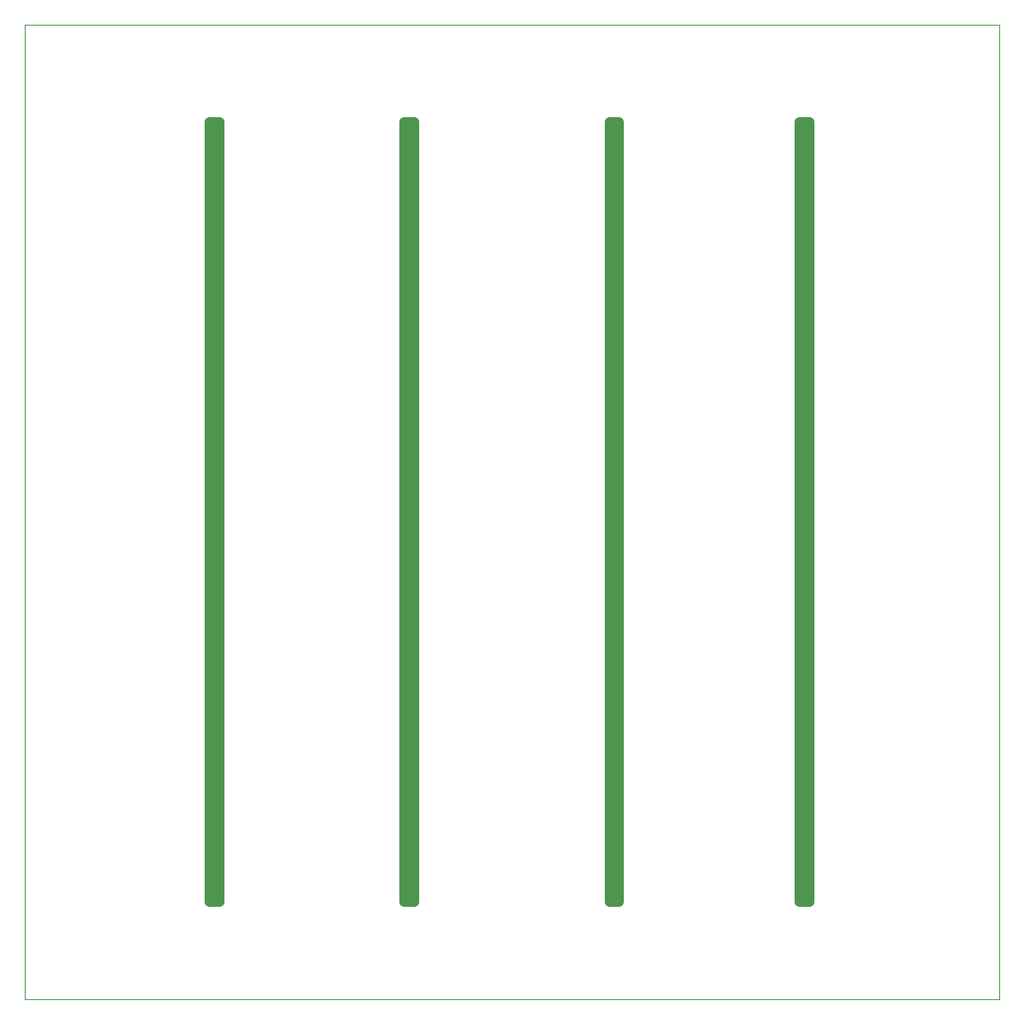
<source format=gbr>
%TF.GenerationSoftware,KiCad,Pcbnew,(5.1.0)-1*%
%TF.CreationDate,2019-10-02T21:08:56+02:00*%
%TF.ProjectId,Kicad_LFO_1_2,4b696361-645f-44c4-964f-5f315f322e6b,Rev A*%
%TF.SameCoordinates,Original*%
%TF.FileFunction,Profile,NP*%
%FSLAX46Y46*%
G04 Gerber Fmt 4.6, Leading zero omitted, Abs format (unit mm)*
G04 Created by KiCad (PCBNEW (5.1.0)-1) date 2019-10-02 21:08:56*
%MOMM*%
%LPD*%
G04 APERTURE LIST*
%ADD10C,1.000000*%
%ADD11C,0.050000*%
G04 APERTURE END LIST*
D10*
X111000000Y-60000000D02*
X111000000Y-140000000D01*
X110000000Y-140000000D02*
X111000000Y-140000000D01*
X110000000Y-60000000D02*
X111000000Y-60000000D01*
X110000000Y-140000000D02*
X110000000Y-60000000D01*
X129500000Y-140000000D02*
X130500000Y-140000000D01*
X130500000Y-60000000D02*
X130500000Y-140000000D01*
X129500000Y-60000000D02*
X130500000Y-60000000D01*
X129500000Y-140000000D02*
X129500000Y-60000000D01*
X90000000Y-60000000D02*
X90000000Y-140000000D01*
X89000000Y-60000000D02*
X90000000Y-60000000D01*
X89000000Y-140000000D02*
X90000000Y-140000000D01*
X89000000Y-140000000D02*
X89000000Y-60000000D01*
X69000000Y-60000000D02*
X70000000Y-60000000D01*
X69000000Y-140000000D02*
X69000000Y-60000000D01*
X69000000Y-140000000D02*
X70000000Y-140000000D01*
X70000000Y-60000000D02*
X70000000Y-140000000D01*
D11*
X150000000Y-50000000D02*
X50000000Y-50000000D01*
X150000000Y-150000000D02*
X150000000Y-50000000D01*
X50000000Y-150000000D02*
X150000000Y-150000000D01*
X50000000Y-50000000D02*
X50000000Y-150000000D01*
M02*

</source>
